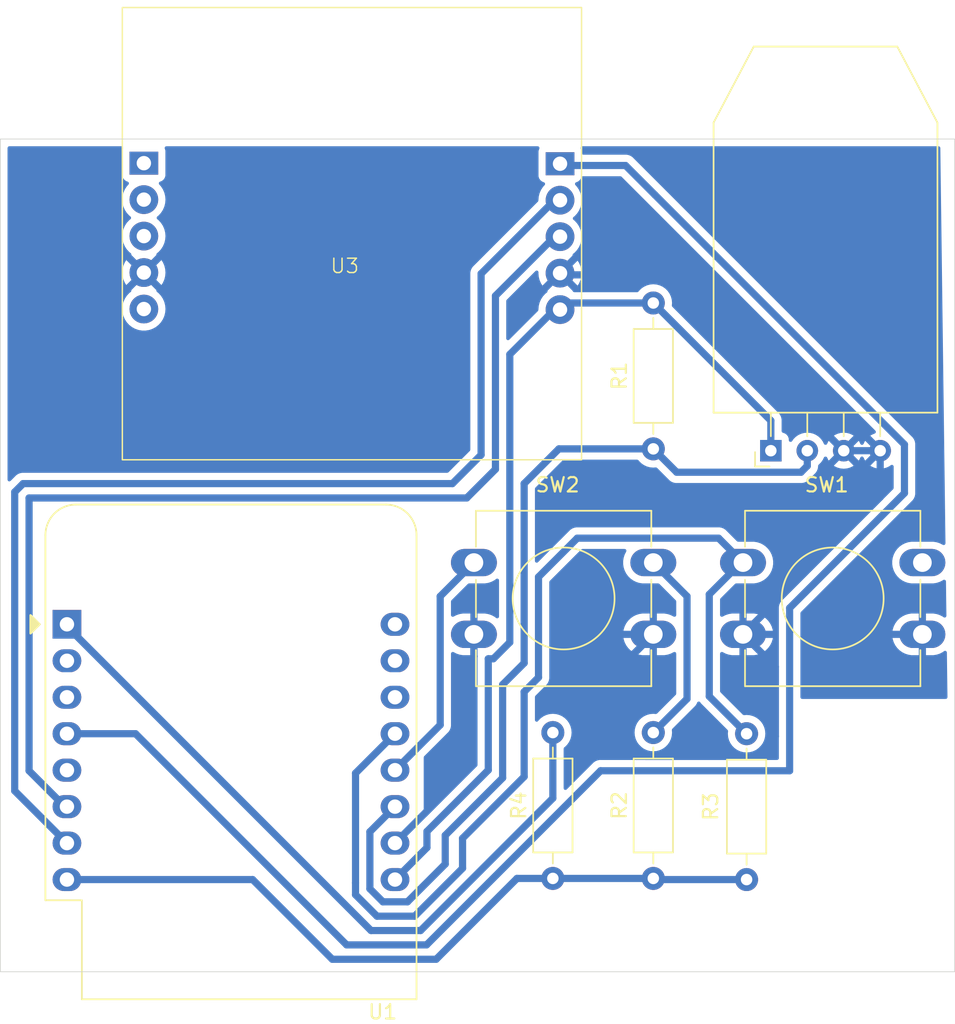
<source format=kicad_pcb>
(kicad_pcb (version 20240108) (generator "pcbnew") (generator_version "8.0")
  (layers (0 "F.Cu" signal) (31 "B.Cu" signal) (34 "B.Paste" user) (35 "F.Paste" user) (36 "B.SilkS" user "B.Silkscreen") (37 "F.SilkS" user "F.Silkscreen") (38 "B.Mask" user) (39 "F.Mask" user) (44 "Edge.Cuts" user))
  (net 0 "")
  (net 1 "Net-(U1-D4)")
  (net 2 "Net-(U1-3V3)")
  (net 3 "Net-(U1-D3)")
  (net 4 "Net-(U1-SDA{slash}D2)")
  (net 5 "Net-(U1-~{RST})")
  (net 6 "GND")
  (net 8 "Net-(U1-SCK{slash}D5)")
  (net 9 "Net-(U1-MOSI{slash}D7)")
  (net 11 "Net-(U1-CS{slash}D8)")
  (net 17 "Net-(U1-5V)")
  (footprint "Resistor_THT:R_Axial_DIN0207_L6.3mm_D2.5mm_P10.16mm_Horizontal" (layer "F.Cu") (at 170 117.42 -90)
    (property "Reference" "R3" (at 5.08 2.5 90) (layer "F.SilkS"))
    (property "Value" "10K")
    (fp_line (start 1.81 1.37) (end 8.35 1.37) (stroke (width 0.12)) (layer "F.SilkS"))
    (fp_line (start 8.35 1.37) (end 8.35 -1.37) (stroke (width 0.12)) (layer "F.SilkS"))
    (fp_line (start 1.04 0) (end 1.81 0) (stroke (width 0.12)) (layer "F.SilkS"))
    (fp_line (start 9.12 0) (end 8.35 0) (stroke (width 0.12)) (layer "F.SilkS"))
    (fp_line (start 1.81 -1.37) (end 1.81 1.37) (stroke (width 0.12)) (layer "F.SilkS"))
    (fp_line (start 8.35 -1.37) (end 1.81 -1.37) (stroke (width 0.12)) (layer "F.SilkS"))
    (pad "1" thru_hole circle (at 0 0 270) (size 1.6 1.6) (drill 0.8) (layers "*.Cu" "*.Mask") (net 4 "Net-(U1-SDA{slash}D2)"))
    (pad "2" thru_hole oval (at 10.16 0 270) (size 1.6 1.6) (drill 0.8) (layers "*.Cu" "*.Mask") (net 2 "Net-(U1-3V3)"))
  )
  (footprint "Button_Switch_THT:SW_PUSH-12mm" (layer "F.Cu") (at 151 105.5)
    (property "Reference" "SW2" (at 5.83 -5.41 0) (layer "F.SilkS"))
    (property "Value" "Intensity")
    (fp_line (start 0.14 -3.61) (end 0.14 -1.1) (stroke (width 0.12)) (layer "F.SilkS"))
    (fp_line (start 0.14 -3.61) (end 12.36 -3.61) (stroke (width 0.12)) (layer "F.SilkS"))
    (fp_line (start 0.14 1.2) (end 0.14 3.8) (stroke (width 0.12)) (layer "F.SilkS"))
    (fp_line (start 0.14 6.1) (end 0.14 8.61) (stroke (width 0.12)) (layer "F.SilkS"))
    (fp_line (start 12.36 -3.61) (end 12.36 -1.1) (stroke (width 0.12)) (layer "F.SilkS"))
    (fp_line (start 12.36 1.2) (end 12.36 3.8) (stroke (width 0.12)) (layer "F.SilkS"))
    (fp_line (start 12.36 6.1) (end 12.36 8.61) (stroke (width 0.12)) (layer "F.SilkS"))
    (fp_line (start 12.36 8.61) (end 0.14 8.61) (stroke (width 0.12)) (layer "F.SilkS"))
    (fp_circle (center 6.25 2.5) (end 9.8 2.5) (stroke (width 0.12)) (fill none) (layer "F.SilkS"))
    (pad "1" thru_hole oval (at 0 0) (size 3.2 1.9) (drill 1.3) (layers "*.Cu" "*.Mask") (net 3 "Net-(U1-D3)"))
    (pad "1" thru_hole oval (at 12.5 0) (size 3.2 1.9) (drill 1.3) (layers "*.Cu" "*.Mask") (net 3 "Net-(U1-D3)"))
    (pad "2" thru_hole oval (at 0 5) (size 3.2 1.9) (drill 1.3) (layers "*.Cu" "*.Mask") (net 6 "GND"))
    (pad "2" thru_hole oval (at 12.5 5) (size 3.2 1.9) (drill 1.3) (layers "*.Cu" "*.Mask") (net 6 "GND"))
  )
  (footprint "Resistor_THT:R_Axial_DIN0207_L6.3mm_D2.5mm_P10.16mm_Horizontal" (layer "F.Cu") (at 156.5 127.5 90)
    (property "Reference" "R4" (at 5.08 -2.37 90) (layer "F.SilkS"))
    (property "Value" "10k" (hide yes))
    (fp_line (start 8.35 -1.37) (end 1.81 -1.37) (stroke (width 0.12)) (layer "F.SilkS"))
    (fp_line (start 1.81 -1.37) (end 1.81 1.37) (stroke (width 0.12)) (layer "F.SilkS"))
    (fp_line (start 9.12 0) (end 8.35 0) (stroke (width 0.12)) (layer "F.SilkS"))
    (fp_line (start 1.04 0) (end 1.81 0) (stroke (width 0.12)) (layer "F.SilkS"))
    (fp_line (start 8.35 1.37) (end 8.35 -1.37) (stroke (width 0.12)) (layer "F.SilkS"))
    (fp_line (start 1.81 1.37) (end 8.35 1.37) (stroke (width 0.12)) (layer "F.SilkS"))
    (pad "1" thru_hole circle (at 0 0 90) (size 1.6 1.6) (drill 0.8) (layers "*.Cu" "*.Mask") (net 2 "Net-(U1-3V3)"))
    (pad "2" thru_hole oval (at 10.16 0 90) (size 1.6 1.6) (drill 0.8) (layers "*.Cu" "*.Mask") (net 5 "Net-(U1-~{RST})"))
  )
  (footprint "Resistor_THT:R_Axial_DIN0207_L6.3mm_D2.5mm_P10.16mm_Horizontal" (layer "F.Cu") (at 163.5 127.5 90)
    (property "Reference" "R2" (at 5.08 -2.37 90) (layer "F.SilkS"))
    (property "Value" "10K")
    (fp_line (start 8.35 -1.37) (end 1.81 -1.37) (stroke (width 0.12)) (layer "F.SilkS"))
    (fp_line (start 1.81 -1.37) (end 1.81 1.37) (stroke (width 0.12)) (layer "F.SilkS"))
    (fp_line (start 9.12 0) (end 8.35 0) (stroke (width 0.12)) (layer "F.SilkS"))
    (fp_line (start 1.04 0) (end 1.81 0) (stroke (width 0.12)) (layer "F.SilkS"))
    (fp_line (start 8.35 1.37) (end 8.35 -1.37) (stroke (width 0.12)) (layer "F.SilkS"))
    (fp_line (start 1.81 1.37) (end 8.35 1.37) (stroke (width 0.12)) (layer "F.SilkS"))
    (pad "1" thru_hole circle (at 0 0 90) (size 1.6 1.6) (drill 0.8) (layers "*.Cu" "*.Mask") (net 2 "Net-(U1-3V3)"))
    (pad "2" thru_hole oval (at 10.16 0 90) (size 1.6 1.6) (drill 0.8) (layers "*.Cu" "*.Mask") (net 3 "Net-(U1-D3)"))
  )
  (footprint "Sensor:ASAIR_AM2302_P2.54mm_Lead2.75mm_TabDown" (layer "F.Cu") (at 171.69 97.7075 90)
    (property "Reference" "U2" (hide yes))
    (property "Value" "AM2302" (hide yes))
    (fp_line (start 22.85 -3.99) (end 28.15 -1.19) (stroke (width 0.12)) (layer "F.SilkS"))
    (fp_line (start 2.65 -3.99) (end 22.85 -3.99) (stroke (width 0.12)) (layer "F.SilkS"))
    (fp_line (start 28.15 -1.19) (end 28.15 8.81) (stroke (width 0.12)) (layer "F.SilkS"))
    (fp_line (start -1.1 -1.1) (end -0.1 -1.1) (stroke (width 0.12)) (layer "F.SilkS"))
    (fp_line (start -1.1 -0.1) (end -1.1 -1.1) (stroke (width 0.12)) (layer "F.SilkS"))
    (fp_line (start 1.01 0) (end 2.65 0) (stroke (width 0.12)) (layer "F.SilkS"))
    (fp_line (start 1.01 2.54) (end 2.65 2.54) (stroke (width 0.12)) (layer "F.SilkS"))
    (fp_line (start 1.01 5.08) (end 2.65 5.08) (stroke (width 0.12)) (layer "F.SilkS"))
    (fp_line (start 1.01 7.62) (end 2.65 7.62) (stroke (width 0.12)) (layer "F.SilkS"))
    (fp_line (start 28.15 8.81) (end 22.85 11.61) (stroke (width 0.12)) (layer "F.SilkS"))
    (fp_line (start 22.85 11.61) (end 2.65 11.61) (stroke (width 0.12)) (layer "F.SilkS"))
    (fp_line (start 2.65 11.61) (end 2.65 -3.99) (stroke (width 0.12)) (layer "F.SilkS"))
    (pad "" np_thru_hole circle (at 25.3 3.81 90) (size 3 3) (drill 3) (layers "F&B.Cu" "*.Mask"))
    (pad "1" thru_hole rect (at 0 0 90) (size 1.5 1.5) (drill 0.8) (layers "*.Cu" "*.Mask") (net 17 "Net-(U1-5V)"))
    (pad "2" thru_hole circle (at 0 2.54 90) (size 1.5 1.5) (drill 0.8) (layers "*.Cu" "*.Mask") (net 1 "Net-(U1-D4)"))
    (pad "3" thru_hole circle (at 0 5.08 90) (size 1.5 1.5) (drill 0.8) (layers "*.Cu" "*.Mask") (net 6 "GND"))
    (pad "4" thru_hole circle (at 0 7.62 90) (size 1.5 1.5) (drill 0.8) (layers "*.Cu" "*.Mask") (net 6 "GND"))
  )
  (footprint "LED_THT:FC-16" (layer "F.Cu") (at 142 82.84 180)
    (property "Reference" "U3" (at 0 -2 0) (layer "F.SilkS") (effects (font (thickness 0.1))))
    (property "Value" "~")
    (fp_rect (start -16.5 -15.5) (end 15.5 16) (stroke (width 0.1)) (fill none) (layer "F.SilkS"))
    (pad "1" thru_hole circle (at -15 -5.04 180) (size 2 2) (drill 1) (layers "*.Cu" "*.Mask") (net 17 "Net-(U1-5V)"))
    (pad "1" thru_hole circle (at 14 -5 180) (size 2 2) (drill 1) (layers "*.Cu" "*.Mask") (net 17 "Net-(U1-5V)"))
    (pad "2" thru_hole circle (at -15 -2.5 180) (size 2 2) (drill 1) (layers "*.Cu" "*.Mask") (net 6 "GND"))
    (pad "2" thru_hole circle (at 14 -2.46 180) (size 2 2) (drill 1) (layers "*.Cu" "*.Mask") (net 6 "GND"))
    (pad "3" thru_hole circle (at -15 0.04 180) (size 2 2) (drill 1) (layers "*.Cu" "*.Mask") (net 9 "Net-(U1-MOSI{slash}D7)"))
    (pad "4" thru_hole circle (at -15 2.58 180) (size 2 2) (drill 1) (layers "*.Cu" "*.Mask") (net 11 "Net-(U1-CS{slash}D8)"))
    (pad "4" thru_hole circle (at 14 2.62 180) (size 2 2) (drill 1) (layers "*.Cu" "*.Mask") (net 11 "Net-(U1-CS{slash}D8)"))
    (pad "5" thru_hole rect (at -15 5.12 180) (size 2 1.6) (drill 1) (layers "*.Cu" "*.Mask") (net 8 "Net-(U1-SCK{slash}D5)"))
    (pad "5" thru_hole rect (at 14 5.16 180) (size 2 1.6) (drill 1) (layers "*.Cu" "*.Mask") (net 8 "Net-(U1-SCK{slash}D5)"))
    (pad "6" thru_hole circle (at 14 0.08 180) (size 2 2) (drill 1) (layers "*.Cu" "*.Mask"))
  )
  (footprint "Button_Switch_THT:SW_PUSH-12mm" (layer "F.Cu") (at 169.75 105.5)
    (property "Reference" "SW1" (at 5.83 -5.41 0) (layer "F.SilkS"))
    (property "Value" "On/Off")
    (fp_line (start 0.14 -3.61) (end 0.14 -1.1) (stroke (width 0.12)) (layer "F.SilkS"))
    (fp_line (start 0.14 -3.61) (end 12.36 -3.61) (stroke (width 0.12)) (layer "F.SilkS"))
    (fp_line (start 0.14 1.2) (end 0.14 3.8) (stroke (width 0.12)) (layer "F.SilkS"))
    (fp_line (start 0.14 6.1) (end 0.14 8.61) (stroke (width 0.12)) (layer "F.SilkS"))
    (fp_line (start 12.36 -3.61) (end 12.36 -1.1) (stroke (width 0.12)) (layer "F.SilkS"))
    (fp_line (start 12.36 1.2) (end 12.36 3.8) (stroke (width 0.12)) (layer "F.SilkS"))
    (fp_line (start 12.36 6.1) (end 12.36 8.61) (stroke (width 0.12)) (layer "F.SilkS"))
    (fp_line (start 12.36 8.61) (end 0.14 8.61) (stroke (width 0.12)) (layer "F.SilkS"))
    (fp_circle (center 6.25 2.5) (end 9.8 2.5) (stroke (width 0.12)) (fill none) (layer "F.SilkS"))
    (pad "1" thru_hole oval (at 0 0) (size 3.2 1.9) (drill 1.3) (layers "*.Cu" "*.Mask") (net 4 "Net-(U1-SDA{slash}D2)"))
    (pad "1" thru_hole oval (at 12.5 0) (size 3.2 1.9) (drill 1.3) (layers "*.Cu" "*.Mask") (net 4 "Net-(U1-SDA{slash}D2)"))
    (pad "2" thru_hole oval (at 0 5) (size 3.2 1.9) (drill 1.3) (layers "*.Cu" "*.Mask") (net 6 "GND"))
    (pad "2" thru_hole oval (at 12.5 5) (size 3.2 1.9) (drill 1.3) (layers "*.Cu" "*.Mask") (net 6 "GND"))
  )
  (footprint "Resistor_THT:R_Axial_DIN0207_L6.3mm_D2.5mm_P10.16mm_Horizontal" (layer "F.Cu") (at 163.5 97.58 90)
    (property "Reference" "R1" (at 5.08 -2.37 90) (layer "F.SilkS"))
    (property "Value" "10k" (hide yes))
    (fp_line (start 8.35 -1.37) (end 1.81 -1.37) (stroke (width 0.12)) (layer "F.SilkS"))
    (fp_line (start 1.81 -1.37) (end 1.81 1.37) (stroke (width 0.12)) (layer "F.SilkS"))
    (fp_line (start 9.12 0) (end 8.35 0) (stroke (width 0.12)) (layer "F.SilkS"))
    (fp_line (start 1.04 0) (end 1.81 0) (stroke (width 0.12)) (layer "F.SilkS"))
    (fp_line (start 8.35 1.37) (end 8.35 -1.37) (stroke (width 0.12)) (layer "F.SilkS"))
    (fp_line (start 1.81 1.37) (end 8.35 1.37) (stroke (width 0.12)) (layer "F.SilkS"))
    (pad "1" thru_hole circle (at 0 0 90) (size 1.6 1.6) (drill 0.8) (layers "*.Cu" "*.Mask") (net 1 "Net-(U1-D4)"))
    (pad "2" thru_hole oval (at 10.16 0 90) (size 1.6 1.6) (drill 0.8) (layers "*.Cu" "*.Mask") (net 17 "Net-(U1-5V)"))
  )
  (footprint "Module:WEMOS_D1_mini_light" (layer "F.Cu") (at 122.64 109.8)
    (property "Reference" "U1" (at 22 27 0) (layer "F.SilkS"))
    (property "Value" "WeMos_D1_mini")
    (fp_line (start -1.5 19.22) (end -1.5 -6.21) (stroke (width 0.12)) (layer "F.SilkS"))
    (fp_line (start -1.5 19.22) (end 1.04 19.22) (stroke (width 0.12)) (layer "F.SilkS"))
    (fp_line (start 1.04 19.22) (end 1.04 26.12) (stroke (width 0.12)) (layer "F.SilkS"))
    (fp_line (start 1.04 26.12) (end 24.36 26.12) (stroke (width 0.12)) (layer "F.SilkS"))
    (fp_line (start 22.24 -8.34) (end 0.63 -8.34) (stroke (width 0.12)) (layer "F.SilkS"))
    (fp_line (start 24.36 26.12) (end 24.36 -6.21) (stroke (width 0.12)) (layer "F.SilkS"))
    (fp_arc (start -1.5 -6.21) (mid -0.876137 -7.716137) (end 0.63 -8.34) (stroke (width 0.12)) (layer "F.SilkS"))
    (fp_arc (start 22.23 -8.34) (mid 23.736137 -7.716137) (end 24.36 -6.21) (stroke (width 0.12)) (layer "F.SilkS"))
    (fp_poly (pts (xy -2.54 -0.635) (xy -2.54 0.635) (xy -1.905 0)) (stroke (width 0.15)) (fill solid) (layer "F.SilkS"))
    (pad "1" thru_hole rect (at 0 0) (size 2 2) (drill 1) (layers "*.Cu" "*.Mask") (net 5 "Net-(U1-~{RST})"))
    (pad "2" thru_hole oval (at 0 2.54) (size 2 1.6) (drill 1) (layers "*.Cu" "*.Mask"))
    (pad "3" thru_hole oval (at 0 5.08) (size 2 1.6) (drill 1) (layers "*.Cu" "*.Mask"))
    (pad "4" thru_hole oval (at 0 7.62) (size 2 1.6) (drill 1) (layers "*.Cu" "*.Mask") (net 8 "Net-(U1-SCK{slash}D5)"))
    (pad "5" thru_hole oval (at 0 10.16) (size 2 1.6) (drill 1) (layers "*.Cu" "*.Mask"))
    (pad "6" thru_hole oval (at 0 12.7) (size 2 1.6) (drill 1) (layers "*.Cu" "*.Mask") (net 9 "Net-(U1-MOSI{slash}D7)"))
    (pad "7" thru_hole oval (at 0 15.24) (size 2 1.6) (drill 1) (layers "*.Cu" "*.Mask") (net 11 "Net-(U1-CS{slash}D8)"))
    (pad "8" thru_hole oval (at 0 17.78) (size 2 1.6) (drill 1) (layers "*.Cu" "*.Mask") (net 2 "Net-(U1-3V3)"))
    (pad "9" thru_hole oval (at 22.86 17.78) (size 2 1.6) (drill 1) (layers "*.Cu" "*.Mask") (net 17 "Net-(U1-5V)"))
    (pad "10" thru_hole oval (at 22.86 15.24) (size 2 1.6) (drill 1) (layers "*.Cu" "*.Mask") (net 6 "GND"))
    (pad "11" thru_hole oval (at 22.86 12.7) (size 2 1.6) (drill 1) (layers "*.Cu" "*.Mask") (net 1 "Net-(U1-D4)"))
    (pad "12" thru_hole oval (at 22.86 10.16) (size 2 1.6) (drill 1) (layers "*.Cu" "*.Mask") (net 3 "Net-(U1-D3)"))
    (pad "13" thru_hole oval (at 22.86 7.62) (size 2 1.6) (drill 1) (layers "*.Cu" "*.Mask") (net 4 "Net-(U1-SDA{slash}D2)"))
    (pad "14" thru_hole oval (at 22.86 5.08) (size 2 1.6) (drill 1) (layers "*.Cu" "*.Mask"))
    (pad "15" thru_hole oval (at 22.86 2.54) (size 2 1.6) (drill 1) (layers "*.Cu" "*.Mask"))
    (pad "16" thru_hole oval (at 22.86 0) (size 2 1.6) (drill 1) (layers "*.Cu" "*.Mask"))
  )
  (gr_rect (start 118 76) (end 184.5 134) (stroke (width 0.05)) (fill none) (layer "Edge.Cuts"))
  (segment (start 143.75 128.222031) (end 144.657969 129.13) (width 0.5) (layer "B.Cu") (net 1))
  (segment (start 163.5 97.58) (end 165.1275 99.2075) (width 0.5) (layer "B.Cu") (net 1))
  (segment (start 143.75 124.25) (end 143.75 128.222031) (width 0.5) (layer "B.Cu") (net 1))
  (segment (start 174.23 97.7075) (end 174.23 98.76816) (width 0.5) (layer "B.Cu") (net 1))
  (segment (start 174.23 98.76816) (end 173.79066 99.2075) (width 0.5) (layer "B.Cu") (net 1))
  (segment (start 149 124.5) (end 153 120.5) (width 0.5) (layer "B.Cu") (net 1))
  (segment (start 149 126.5) (end 149 124.5) (width 0.5) (layer "B.Cu") (net 1))
  (segment (start 173.79066 99.2075) (end 165.1275 99.2075) (width 0.5) (layer "B.Cu") (net 1))
  (segment (start 154.5 112.5) (end 154.5 100) (width 0.5) (layer "B.Cu") (net 1))
  (segment (start 146.37 129.13) (end 149 126.5) (width 0.5) (layer "B.Cu") (net 1))
  (segment (start 153 120.5) (end 153 114) (width 0.5) (layer "B.Cu") (net 1))
  (segment (start 153 114) (end 154.5 112.5) (width 0.5) (layer "B.Cu") (net 1))
  (segment (start 144.657969 129.13) (end 146.37 129.13) (width 0.5) (layer "B.Cu") (net 1))
  (segment (start 156.92 97.58) (end 163.5 97.58) (width 0.5) (layer "B.Cu") (net 1))
  (segment (start 154.5 100) (end 156.92 97.58) (width 0.5) (layer "B.Cu") (net 1))
  (segment (start 145.5 122.5) (end 143.75 124.25) (width 0.5) (layer "B.Cu") (net 1))
  (segment (start 141.130003 133.130003) (end 148.369997 133.130003) (width 0.5) (layer "B.Cu") (net 2))
  (segment (start 122.64 127.58) (end 135.58 127.58) (width 0.5) (layer "B.Cu") (net 2))
  (segment (start 148.369997 133.130003) (end 154 127.5) (width 0.5) (layer "B.Cu") (net 2))
  (segment (start 163.5 127.5) (end 164 127.5) (width 0.5) (layer "B.Cu") (net 2))
  (segment (start 154 127.5) (end 156.5 127.5) (width 0.5) (layer "B.Cu") (net 2))
  (segment (start 164 127.5) (end 164.08 127.58) (width 0.5) (layer "B.Cu") (net 2))
  (segment (start 135.58 127.58) (end 141.130003 133.130003) (width 0.5) (layer "B.Cu") (net 2))
  (segment (start 156.5 127.5) (end 163.5 127.5) (width 0.5) (layer "B.Cu") (net 2))
  (segment (start 164.08 127.58) (end 170 127.58) (width 0.5) (layer "B.Cu") (net 2))
  (segment (start 165.85 107.85) (end 165.85 114.99) (width 0.5) (layer "B.Cu") (net 3))
  (segment (start 148.65 107.85) (end 151 105.5) (width 0.5) (layer "B.Cu") (net 3))
  (segment (start 148.65 116.81) (end 148.65 107.85) (width 0.5) (layer "B.Cu") (net 3))
  (segment (start 145.5 119.96) (end 148.65 116.81) (width 0.5) (layer "B.Cu") (net 3))
  (segment (start 165.85 114.99) (end 163.5 117.34) (width 0.5) (layer "B.Cu") (net 3))
  (segment (start 151 105.5) (end 151 106.08) (width 0.5) (layer "B.Cu") (net 3))
  (segment (start 163.5 105.5) (end 165.85 107.85) (width 0.5) (layer "B.Cu") (net 3))
  (segment (start 145.5 117.42) (end 142.75 120.17) (width 0.5) (layer "B.Cu") (net 4))
  (segment (start 146.87 130.13) (end 150.207107 126.792893) (width 0.5) (layer "B.Cu") (net 4))
  (segment (start 150.207107 124.707107) (end 154.5 120.414214) (width 0.5) (layer "B.Cu") (net 4))
  (segment (start 158.2 103.8) (end 168.05 103.8) (width 0.5) (layer "B.Cu") (net 4))
  (segment (start 169.614214 105.5) (end 167.4 107.714214) (width 0.5) (layer "B.Cu") (net 4))
  (segment (start 144.243755 130.13) (end 146.87 130.13) (width 0.5) (layer "B.Cu") (net 4))
  (segment (start 142.749999 128.636244) (end 144.243755 130.13) (width 0.5) (layer "B.Cu") (net 4))
  (segment (start 155.5 113.5) (end 155.5 106.5) (width 0.5) (layer "B.Cu") (net 4))
  (segment (start 154.5 120.414214) (end 154.5 114.5) (width 0.5) (layer "B.Cu") (net 4))
  (segment (start 150.207107 126.792893) (end 150.207107 124.707107) (width 0.5) (layer "B.Cu") (net 4))
  (segment (start 168.05 103.8) (end 169.75 105.5) (width 0.5) (layer "B.Cu") (net 4))
  (segment (start 142.749999 127.807818) (end 142.749999 128.636244) (width 0.5) (layer "B.Cu") (net 4))
  (segment (start 167.4 114.82) (end 170 117.42) (width 0.5) (layer "B.Cu") (net 4))
  (segment (start 154.5 114.5) (end 155.5 113.5) (width 0.5) (layer "B.Cu") (net 4))
  (segment (start 142.75 120.17) (end 142.749999 127.807818) (width 0.5) (layer "B.Cu") (net 4))
  (segment (start 167.4 107.714214) (end 167.4 114.82) (width 0.5) (layer "B.Cu") (net 4))
  (segment (start 155.5 106.5) (end 158.2 103.8) (width 0.5) (layer "B.Cu") (net 4))
  (segment (start 169.75 105.5) (end 169.614214 105.5) (width 0.5) (layer "B.Cu") (net 4))
  (segment (start 156.5 121.914214) (end 156.5 117.42) (width 0.5) (layer "B.Cu") (net 5))
  (segment (start 143.829542 131.130001) (end 147.284213 131.130001) (width 0.5) (layer "B.Cu") (net 5))
  (segment (start 147.284213 131.130001) (end 156.5 121.914214) (width 0.5) (layer "B.Cu") (net 5))
  (segment (start 122.64 109.8) (end 122.64 109.940459) (width 0.5) (layer "B.Cu") (net 5))
  (segment (start 122.64 109.940459) (end 143.829542 131.130001) (width 0.5) (layer "B.Cu") (net 5))
  (segment (start 170.612032 119) (end 172 117.612032) (width 0.5) (layer "B.Cu") (net 6))
  (segment (start 161.5 117.532032) (end 162.967968 119) (width 0.5) (layer "B.Cu") (net 6))
  (segment (start 145.5 125.04) (end 151 119.54) (width 0.5) (layer "B.Cu") (net 6))
  (segment (start 172 112.75) (end 169.75 110.5) (width 0.5) (layer "B.Cu") (net 6))
  (segment (start 151 119.54) (end 151 110.5) (width 0.5) (layer "B.Cu") (net 6))
  (segment (start 169.75 110.5) (end 179.31 100.94) (width 0.5) (layer "B.Cu") (net 6))
  (segment (start 172 117.612032) (end 172 112.75) (width 0.5) (layer "B.Cu") (net 6))
  (segment (start 161.5 112.5) (end 161.5 117.532032) (width 0.5) (layer "B.Cu") (net 6))
  (segment (start 179.31 100.94) (end 179.31 97.7075) (width 0.5) (layer "B.Cu") (net 6))
  (segment (start 162.967968 119) (end 170.612032 119) (width 0.5) (layer "B.Cu") (net 6))
  (segment (start 179.31 97.7075) (end 176.77 97.7075) (width 0.5) (layer "B.Cu") (net 6))
  (segment (start 176.77 97.7075) (end 164.5225 85.46) (width 0.5) (layer "B.Cu") (net 6))
  (segment (start 163.5 110.5) (end 161.5 112.5) (width 0.5) (layer "B.Cu") (net 6))
  (segment (start 164.5225 85.46) (end 156.5 85.46) (width 0.5) (layer "B.Cu") (net 6))
  (segment (start 159.828428 120) (end 147.698426 132.130002) (width 0.5) (layer "B.Cu") (net 8))
  (segment (start 181 97.276179) (end 181 100.664214) (width 0.5) (layer "B.Cu") (net 8))
  (segment (start 156.5 77.84) (end 161.56382 77.84) (width 0.5) (layer "B.Cu") (net 8))
  (segment (start 127.42 117.42) (end 122.64 117.42) (width 0.5) (layer "B.Cu") (net 8))
  (segment (start 163.61191 79.88809) (end 181 97.276179) (width 0.5) (layer "B.Cu") (net 8))
  (segment (start 181 100.664214) (end 173 108.664214) (width 0.5) (layer "B.Cu") (net 8))
  (segment (start 173 120) (end 159.828428 120) (width 0.5) (layer "B.Cu") (net 8))
  (segment (start 161.56382 77.84) (end 163.61191 79.88809) (width 0.5) (layer "B.Cu") (net 8))
  (segment (start 147.698426 132.130002) (end 142.130002 132.130002) (width 0.5) (layer "B.Cu") (net 8))
  (segment (start 142.130002 132.130002) (end 127.42 117.42) (width 0.5) (layer "B.Cu") (net 8))
  (segment (start 173 108.664214) (end 173 120) (width 0.5) (layer "B.Cu") (net 8))
  (segment (start 150.5 101) (end 152.5 99) (width 0.5) (layer "B.Cu") (net 9))
  (segment (start 122.5 122.5) (end 120 120) (width 0.5) (layer "B.Cu") (net 9))
  (segment (start 152.5 86.92) (end 156.5 82.92) (width 0.5) (layer "B.Cu") (net 9))
  (segment (start 120 120) (end 120 101) (width 0.5) (layer "B.Cu") (net 9))
  (segment (start 120 101) (end 150.5 101) (width 0.5) (layer "B.Cu") (net 9))
  (segment (start 152.5 99) (end 152.5 86.92) (width 0.5) (layer "B.Cu") (net 9))
  (segment (start 122.64 122.5) (end 122.5 122.5) (width 0.5) (layer "B.Cu") (net 9))
  (segment (start 119 100.585786) (end 119.585786 100) (width 0.5) (layer "B.Cu") (net 11))
  (segment (start 149.5 100) (end 151.5 98) (width 0.5) (layer "B.Cu") (net 11))
  (segment (start 151.5 85.38) (end 156.5 80.38) (width 0.5) (layer "B.Cu") (net 11))
  (segment (start 119 121.4) (end 119 100.585786) (width 0.5) (layer "B.Cu") (net 11))
  (segment (start 122.64 125.04) (end 119 121.4) (width 0.5) (layer "B.Cu") (net 11))
  (segment (start 119.585786 100) (end 149.5 100) (width 0.5) (layer "B.Cu") (net 11))
  (segment (start 151.5 98) (end 151.5 85.38) (width 0.5) (layer "B.Cu") (net 11))
  (segment (start 153.5 111.054163) (end 153.5 91) (width 0.5) (layer "B.Cu") (net 17))
  (segment (start 145.5 127.58) (end 147.727107 125.352893) (width 0.5) (layer "B.Cu") (net 17))
  (segment (start 152 112.2) (end 152.354163 112.2) (width 0.5) (layer "B.Cu") (net 17))
  (segment (start 147.727107 125.352893) (end 147.727107 124.227107) (width 0.5) (layer "B.Cu") (net 17))
  (segment (start 152 119.954214) (end 152 112.2) (width 0.5) (layer "B.Cu") (net 17))
  (segment (start 171.69 97.7075) (end 171.69 95.61) (width 0.5) (layer "B.Cu") (net 17))
  (segment (start 147.727107 124.227107) (end 152 119.954214) (width 0.5) (layer "B.Cu") (net 17))
  (segment (start 171.69 95.61) (end 163.5 87.42) (width 0.5) (layer "B.Cu") (net 17))
  (segment (start 157.08 87.42) (end 156.5 88) (width 0.5) (layer "B.Cu") (net 17))
  (segment (start 163.5 87.42) (end 157.08 87.42) (width 0.5) (layer "B.Cu") (net 17))
  (segment (start 152.354163 112.2) (end 153.5 111.054163) (width 0.5) (layer "B.Cu") (net 17))
  (segment (start 153.5 91) (end 156.5 88) (width 0.5) (layer "B.Cu") (net 17))
  (zone (net 6) (net_name "GND") (layer "B.Cu") (connect_pads (clearance 0.5)) (min_thickness 0.25) (fill yes (thermal_gap 0.5) (thermal_bridge_width 0.5))
    (polygon (pts (xy 147.5 100) (xy 147.5 133) (xy 173 133) (xy 173.5 115) (xy 184 115) (xy 183.5 76.5) (xy 118.5 76.5) (xy 118.5 100)))
  )
)
</source>
